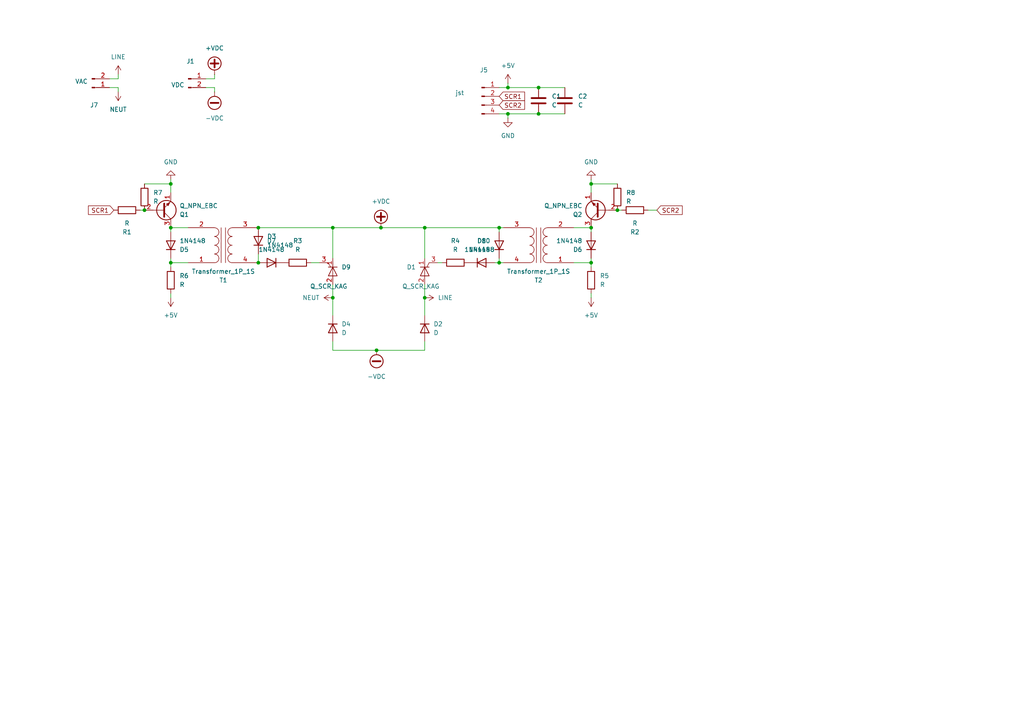
<source format=kicad_sch>
(kicad_sch (version 20250114) (generator "eeschema") (generator_version "9.0")
  (paper "A4")
  (lib_symbols
    (symbol "Connector:Conn_01x02_Pin" (pin_names (offset 1.016) (hide yes))
      (property "Reference" "J" (at 0 2.54 0))
      (property "Value" "Conn_01x02_Pin" (at 0 -5.08 0))
      (symbol "Conn_01x02_Pin_1_1"
        (rectangle (start 0.8636 0.127) (end 0 -0.127) (stroke (width 0.1524)) (fill (type outline)))
        (rectangle (start 0.8636 -2.413) (end 0 -2.667) (stroke (width 0.1524)) (fill (type outline)))
        (polyline (pts (xy 1.27 0) (xy 0.8636 0)) (stroke (width 0.1524)))
        (polyline (pts (xy 1.27 -2.54) (xy 0.8636 -2.54)) (stroke (width 0.1524)))
        (pin passive line (at 5.08 0 180) (length 3.81) (name "Pin_1") (number "1"))
        (pin passive line (at 5.08 -2.54 180) (length 3.81) (name "Pin_2") (number "2"))
      )
    )
    (symbol "Connector:Conn_01x04_Pin" (pin_names (offset 1.016) (hide yes))
      (property "Reference" "J" (at 0 5.08 0))
      (property "Value" "Conn_01x04_Pin" (at 0 -7.62 0))
      (symbol "Conn_01x04_Pin_1_1"
        (rectangle (start 0.8636 2.667) (end 0 2.413) (stroke (width 0.1524)) (fill (type outline)))
        (rectangle (start 0.8636 0.127) (end 0 -0.127) (stroke (width 0.1524)) (fill (type outline)))
        (rectangle (start 0.8636 -2.413) (end 0 -2.667) (stroke (width 0.1524)) (fill (type outline)))
        (rectangle (start 0.8636 -4.953) (end 0 -5.207) (stroke (width 0.1524)) (fill (type outline)))
        (polyline (pts (xy 1.27 2.54) (xy 0.8636 2.54)) (stroke (width 0.1524)))
        (polyline (pts (xy 1.27 0) (xy 0.8636 0)) (stroke (width 0.1524)))
        (polyline (pts (xy 1.27 -2.54) (xy 0.8636 -2.54)) (stroke (width 0.1524)))
        (polyline (pts (xy 1.27 -5.08) (xy 0.8636 -5.08)) (stroke (width 0.1524)))
        (pin passive line (at 5.08 2.54 180) (length 3.81) (name "Pin_1") (number "1"))
        (pin passive line (at 5.08 0 180) (length 3.81) (name "Pin_2") (number "2"))
        (pin passive line (at 5.08 -2.54 180) (length 3.81) (name "Pin_3") (number "3"))
        (pin passive line (at 5.08 -5.08 180) (length 3.81) (name "Pin_4") (number "4"))
      )
    )
    (symbol "Device:C" (pin_numbers (hide yes)) (pin_names (offset 0.254))
      (property "Reference" "C" (at 0.635 2.54 0))
      (property "Value" "C" (at 0.635 -2.54 0))
      (symbol "C_0_1"
        (polyline (pts (xy -2.032 0.762) (xy 2.032 0.762)) (stroke (width 0.508)))
        (polyline (pts (xy -2.032 -0.762) (xy 2.032 -0.762)) (stroke (width 0.508)))
      )
      (symbol "C_1_1"
        (pin passive line (at 0 3.81 270) (length 2.794) (name "~") (number "1"))
        (pin passive line (at 0 -3.81 90) (length 2.794) (name "~") (number "2"))
      )
    )
    (symbol "Device:D" (pin_numbers (hide yes)) (pin_names (offset 1.016) (hide yes))
      (property "Reference" "D" (at 0 2.54 0))
      (property "Value" "D" (at 0 -2.54 0))
      (symbol "D_0_1"
        (polyline (pts (xy -1.27 1.27) (xy -1.27 -1.27)) (stroke (width 0.254)))
        (polyline (pts (xy 1.27 1.27) (xy 1.27 -1.27) (xy -1.27 0) (xy 1.27 1.27)) (stroke (width 0.254)))
        (polyline (pts (xy 1.27 0) (xy -1.27 0)))
      )
      (symbol "D_1_1"
        (pin passive line (at -3.81 0 0) (length 2.54) (name "K") (number "1"))
        (pin passive line (at 3.81 0 180) (length 2.54) (name "A") (number "2"))
      )
    )
    (symbol "Device:Q_SCR_KAG" (pin_names (offset 0) (hide yes))
      (property "Reference" "D" (at 1.905 0.635 0))
      (property "Value" "Q_SCR_KAG" (at 1.905 -1.27 0))
      (symbol "Q_SCR_KAG_0_1"
        (polyline (pts (xy -1.27 1.27) (xy 1.27 1.27) (xy 0 -1.27) (xy -1.27 1.27)) (stroke (width 0.2032)))
        (polyline (pts (xy -1.27 -1.27) (xy 1.27 -1.27)) (stroke (width 0.2032)))
        (polyline (pts (xy -1.27 -2.54) (xy -0.635 -1.27)))
        (polyline (pts (xy 0 -2.54) (xy 0 2.54)))
      )
      (symbol "Q_SCR_KAG_1_1"
        (pin input line (at -3.81 -2.54 0) (length 2.54) (name "G") (number "3"))
        (pin passive line (at 0 3.81 270) (length 2.54) (name "A") (number "2"))
        (pin passive line (at 0 -3.81 90) (length 2.54) (name "K") (number "1"))
      )
    )
    (symbol "Device:R" (pin_numbers (hide yes)) (pin_names (offset 0))
      (property "Reference" "R" (at 2.032 0 90))
      (property "Value" "R" (at 0 0 90))
      (symbol "R_0_1"
        (rectangle (start -1.016 -2.54) (end 1.016 2.54) (stroke (width 0.254)))
      )
      (symbol "R_1_1"
        (pin passive line (at 0 3.81 270) (length 1.27) (name "~") (number "1"))
        (pin passive line (at 0 -3.81 90) (length 1.27) (name "~") (number "2"))
      )
    )
    (symbol "Device:Transformer_1P_1S" (pin_names (offset 1.016) (hide yes))
      (property "Reference" "T" (at 0 6.35 0))
      (property "Value" "Transformer_1P_1S" (at 0 -7.62 0))
      (symbol "Transformer_1P_1S_0_1"
        (arc (start -1.27 3.81) (mid -1.656 2.9336) (end -2.54 2.5654))
        (arc (start -1.27 1.27) (mid -1.656 0.3936) (end -2.54 0.0254))
        (arc (start -1.27 -1.27) (mid -1.656 -2.1464) (end -2.54 -2.5146))
        (arc (start -1.27 -3.81) (mid -1.656 -4.6864) (end -2.54 -5.0546))
        (arc (start -2.54 5.08) (mid -1.642 4.708) (end -1.27 3.81))
        (arc (start -2.54 2.54) (mid -1.642 2.168) (end -1.27 1.27))
        (arc (start -2.54 0) (mid -1.642 -0.372) (end -1.27 -1.27))
        (arc (start -2.54 -2.54) (mid -1.642 -2.912) (end -1.27 -3.81))
        (polyline (pts (xy -0.635 5.08) (xy -0.635 -5.08)))
        (polyline (pts (xy 0.635 -5.08) (xy 0.635 5.08)))
        (arc (start 1.2954 3.81) (mid 1.6457 4.7117) (end 2.54 5.08))
        (arc (start 1.2954 1.27) (mid 1.6457 2.1717) (end 2.54 2.54))
        (arc (start 1.2954 -1.27) (mid 1.6457 -0.3683) (end 2.54 0))
        (arc (start 2.54 2.5654) (mid 1.6599 2.9299) (end 1.2954 3.81))
        (arc (start 2.54 0.0254) (mid 1.6599 0.3899) (end 1.2954 1.27))
        (arc (start 2.54 -2.5146) (mid 1.6599 -2.1501) (end 1.2954 -1.27))
        (arc (start 1.3208 -3.81) (mid 1.6711 -2.9085) (end 2.5654 -2.54))
        (arc (start 2.5654 -5.0546) (mid 1.6851 -4.6902) (end 1.3208 -3.81))
      )
      (symbol "Transformer_1P_1S_1_1"
        (pin passive line (at -10.16 5.08 0) (length 7.62) (name "AA") (number "1"))
        (pin passive line (at -10.16 -5.08 0) (length 7.62) (name "AB") (number "2"))
        (pin passive line (at 10.16 5.08 180) (length 7.62) (name "SB") (number "4"))
        (pin passive line (at 10.16 -5.08 180) (length 7.62) (name "SA") (number "3"))
      )
    )
    (symbol "Diode:1N4148" (pin_numbers (hide yes)) (pin_names (hide yes))
      (property "Reference" "D" (at 0 2.54 0))
      (property "Value" "1N4148" (at 0 -2.54 0))
      (symbol "1N4148_0_1"
        (polyline (pts (xy -1.27 1.27) (xy -1.27 -1.27)) (stroke (width 0.254)))
        (polyline (pts (xy 1.27 1.27) (xy 1.27 -1.27) (xy -1.27 0) (xy 1.27 1.27)) (stroke (width 0.254)))
        (polyline (pts (xy 1.27 0) (xy -1.27 0)))
      )
      (symbol "1N4148_1_1"
        (pin passive line (at -3.81 0 0) (length 2.54) (name "K") (number "1"))
        (pin passive line (at 3.81 0 180) (length 2.54) (name "A") (number "2"))
      )
    )
    (symbol "Transistor_BJT:Q_NPN_EBC" (pin_names (offset 0) (hide yes))
      (property "Reference" "Q" (at 5.08 1.27 0))
      (property "Value" "Q_NPN_EBC" (at 5.08 -1.27 0))
      (symbol "Q_NPN_EBC_0_1"
        (polyline (pts (xy -2.54 0) (xy 0.635 0)))
        (polyline (pts (xy 0.635 1.905) (xy 0.635 -1.905)) (stroke (width 0.508)))
        (circle (center 1.27 0) (radius 2.8194) (stroke (width 0.254)))
      )
      (symbol "Q_NPN_EBC_1_1"
        (polyline (pts (xy 0.635 0.635) (xy 2.54 2.54)))
        (polyline (pts (xy 0.635 -0.635) (xy 2.54 -2.54)))
        (polyline (pts (xy 1.27 -1.778) (xy 1.778 -1.27) (xy 2.286 -2.286) (xy 1.27 -1.778)) (fill (type outline)))
        (pin input line (at -5.08 0 0) (length 2.54) (name "B") (number "2"))
        (pin passive line (at 2.54 5.08 270) (length 2.54) (name "C") (number "3"))
        (pin passive line (at 2.54 -5.08 90) (length 2.54) (name "E") (number "1"))
      )
    )
    (symbol "power:+5V" (power) (pin_numbers (hide yes)) (pin_names (offset 0) (hide yes))
      (property "Value" "+5V" (at 0 3.556 0))
      (symbol "+5V_0_1"
        (polyline (pts (xy -0.762 1.27) (xy 0 2.54)))
        (polyline (pts (xy 0 2.54) (xy 0.762 1.27)))
        (polyline (pts (xy 0 0) (xy 0 2.54)))
      )
      (symbol "+5V_1_1"
        (pin power_in line (at 0 0 90) (length 0) (name "~") (number "1"))
      )
    )
    (symbol "power:+VDC" (power) (pin_numbers (hide yes)) (pin_names (offset 0) (hide yes))
      (property "Value" "+VDC" (at 0 6.35 0))
      (symbol "+VDC_0_1"
        (polyline (pts (xy -1.143 3.175) (xy 1.143 3.175)) (stroke (width 0.508)))
        (circle (center 0 3.175) (radius 1.905) (stroke (width 0.254)))
        (polyline (pts (xy 0 2.032) (xy 0 4.318)) (stroke (width 0.508)))
        (polyline (pts (xy 0 0) (xy 0 1.27)))
      )
      (symbol "+VDC_1_1"
        (pin power_in line (at 0 0 90) (length 0) (name "~") (number "1"))
      )
    )
    (symbol "power:-VDC" (power) (pin_numbers (hide yes)) (pin_names (offset 0) (hide yes))
      (property "Value" "-VDC" (at 0 6.35 0))
      (symbol "-VDC_0_1"
        (polyline (pts (xy -1.143 3.175) (xy 1.143 3.175)) (stroke (width 0.508)))
        (circle (center 0 3.175) (radius 1.905) (stroke (width 0.254)))
        (polyline (pts (xy 0 0) (xy 0 1.27)))
      )
      (symbol "-VDC_1_1"
        (pin power_in line (at 0 0 90) (length 0) (name "~") (number "1"))
      )
    )
    (symbol "power:GND" (power) (pin_numbers (hide yes)) (pin_names (offset 0) (hide yes))
      (property "Value" "GND" (at 0 -3.81 0))
      (symbol "GND_0_1"
        (polyline (pts (xy 0 0) (xy 0 -1.27) (xy 1.27 -1.27) (xy 0 -2.54) (xy -1.27 -1.27) (xy 0 -1.27)))
      )
      (symbol "GND_1_1"
        (pin power_in line (at 0 0 270) (length 0) (name "~") (number "1"))
      )
    )
    (symbol "power:LINE" (power) (pin_numbers (hide yes)) (pin_names (offset 0) (hide yes))
      (property "Value" "LINE" (at 0 3.556 0))
      (symbol "LINE_0_1"
        (polyline (pts (xy -0.762 1.27) (xy 0 2.54)))
        (polyline (pts (xy 0 2.54) (xy 0.762 1.27)))
        (polyline (pts (xy 0 0) (xy 0 2.54)))
      )
      (symbol "LINE_1_1"
        (pin power_in line (at 0 0 90) (length 0) (name "~") (number "1"))
      )
    )
    (symbol "power:NEUT" (power) (pin_numbers (hide yes)) (pin_names (offset 0) (hide yes))
      (property "Value" "NEUT" (at 0 3.556 0))
      (symbol "NEUT_0_1"
        (polyline (pts (xy -0.762 1.27) (xy 0 2.54)))
        (polyline (pts (xy 0 2.54) (xy 0.762 1.27)))
        (polyline (pts (xy 0 0) (xy 0 2.54)))
      )
      (symbol "NEUT_1_1"
        (pin power_in line (at 0 0 90) (length 0) (name "~") (number "1"))
      )
    )
  )
  (junction (at 171.45 76.2))
  (junction (at 74.93 76.2))
  (junction (at 49.53 53.34))
  (junction (at 41.91 60.96))
  (junction (at 144.78 76.2))
  (junction (at 179.07 60.96))
  (junction (at 110.49 66.04))
  (junction (at 171.45 66.04))
  (junction (at 144.78 66.04))
  (junction (at 156.21 25.4))
  (junction (at 147.32 25.4))
  (junction (at 123.19 86.36))
  (junction (at 156.21 33.02))
  (junction (at 96.52 66.04))
  (junction (at 171.45 53.34))
  (junction (at 123.19 66.04))
  (junction (at 49.53 76.2))
  (junction (at 109.22 101.6))
  (junction (at 96.52 86.36))
  (junction (at 74.93 66.04))
  (junction (at 147.32 33.02))
  (junction (at 49.53 66.04))
  (wire (pts (xy 34.29 26.67) (xy 34.29 25.4)))
  (wire (pts (xy 147.32 25.4) (xy 144.78 25.4)))
  (wire (pts (xy 123.19 66.04) (xy 144.78 66.04)))
  (wire (pts (xy 96.52 66.04) (xy 96.52 74.93)))
  (wire (pts (xy 123.19 82.55) (xy 123.19 86.36)))
  (wire (pts (xy 62.23 21.59) (xy 62.23 22.86)))
  (wire (pts (xy 156.21 33.02) (xy 163.83 33.02)))
  (wire (pts (xy 123.19 99.06) (xy 123.19 101.6)))
  (wire (pts (xy 144.78 76.2) (xy 146.05 76.2)))
  (wire (pts (xy 171.45 76.2) (xy 171.45 74.93)))
  (wire (pts (xy 156.21 25.4) (xy 163.83 25.4)))
  (wire (pts (xy 96.52 82.55) (xy 96.52 86.36)))
  (wire (pts (xy 147.32 34.29) (xy 147.32 33.02)))
  (wire (pts (xy 49.53 77.47) (xy 49.53 76.2)))
  (wire (pts (xy 147.32 33.02) (xy 144.78 33.02)))
  (wire (pts (xy 49.53 67.31) (xy 49.53 66.04)))
  (wire (pts (xy 49.53 85.09) (xy 49.53 86.36)))
  (wire (pts (xy 90.17 76.2) (xy 92.71 76.2)))
  (wire (pts (xy 96.52 66.04) (xy 110.49 66.04)))
  (wire (pts (xy 49.53 55.88) (xy 49.53 53.34)))
  (wire (pts (xy 34.29 22.86) (xy 34.29 21.59)))
  (wire (pts (xy 171.45 53.34) (xy 171.45 52.07)))
  (wire (pts (xy 49.53 66.04) (xy 54.61 66.04)))
  (wire (pts (xy 171.45 55.88) (xy 171.45 53.34)))
  (wire (pts (xy 49.53 53.34) (xy 49.53 52.07)))
  (wire (pts (xy 123.19 101.6) (xy 109.22 101.6)))
  (wire (pts (xy 147.32 24.13) (xy 147.32 25.4)))
  (wire (pts (xy 147.32 25.4) (xy 156.21 25.4)))
  (wire (pts (xy 144.78 66.04) (xy 144.78 67.31)))
  (wire (pts (xy 180.34 60.96) (xy 179.07 60.96)))
  (wire (pts (xy 109.22 101.6) (xy 96.52 101.6)))
  (wire (pts (xy 143.51 76.2) (xy 144.78 76.2)))
  (wire (pts (xy 59.69 25.4) (xy 62.23 25.4)))
  (wire (pts (xy 62.23 22.86) (xy 59.69 22.86)))
  (wire (pts (xy 144.78 74.93) (xy 144.78 76.2)))
  (wire (pts (xy 74.93 66.04) (xy 96.52 66.04)))
  (wire (pts (xy 49.53 76.2) (xy 49.53 74.93)))
  (wire (pts (xy 147.32 33.02) (xy 156.21 33.02)))
  (wire (pts (xy 110.49 66.04) (xy 123.19 66.04)))
  (wire (pts (xy 31.75 22.86) (xy 34.29 22.86)))
  (wire (pts (xy 171.45 76.2) (xy 171.45 77.47)))
  (wire (pts (xy 171.45 85.09) (xy 171.45 86.36)))
  (wire (pts (xy 171.45 76.2) (xy 166.37 76.2)))
  (wire (pts (xy 96.52 86.36) (xy 96.52 91.44)))
  (wire (pts (xy 34.29 25.4) (xy 31.75 25.4)))
  (wire (pts (xy 74.93 73.66) (xy 74.93 76.2)))
  (wire (pts (xy 187.96 60.96) (xy 190.5 60.96)))
  (wire (pts (xy 96.52 101.6) (xy 96.52 99.06)))
  (wire (pts (xy 123.19 66.04) (xy 123.19 74.93)))
  (wire (pts (xy 127 76.2) (xy 128.27 76.2)))
  (wire (pts (xy 123.19 86.36) (xy 123.19 91.44)))
  (wire (pts (xy 41.91 53.34) (xy 49.53 53.34)))
  (wire (pts (xy 62.23 26.67) (xy 62.23 25.4)))
  (wire (pts (xy 40.64 60.96) (xy 41.91 60.96)))
  (wire (pts (xy 49.53 76.2) (xy 54.61 76.2)))
  (wire (pts (xy 171.45 53.34) (xy 179.07 53.34)))
  (wire (pts (xy 171.45 66.04) (xy 166.37 66.04)))
  (wire (pts (xy 144.78 66.04) (xy 146.05 66.04)))
  (wire (pts (xy 171.45 67.31) (xy 171.45 66.04)))
  (global_label "SCR2" (shape input) (at 144.78 30.48 0) (property "Intersheetrefs" "${INTERSHEET_REFS}" (effects (hide yes))))
  (global_label "SCR1" (shape input) (at 144.78 27.94 0) (property "Intersheetrefs" "${INTERSHEET_REFS}" (effects (hide yes))))
  (global_label "SCR1" (shape input) (at 33.02 60.96 180) (property "Intersheetrefs" "${INTERSHEET_REFS}" (effects (hide yes))))
  (global_label "SCR2" (shape input) (at 190.5 60.96 0) (property "Intersheetrefs" "${INTERSHEET_REFS}" (effects (hide yes))))
  (symbol (lib_id "power:LINE") (at 123.19 86.36 270) (unit 1)
    (property "Reference" "#PWR015" (effects (hide yes)))
    (property "Value" "LINE" (at 127 86.3599 90) (effects (justify left)))
    (property "Description" "Power symbol creates a global label with name \"LINE\"" (effects (hide yes)))
  )
  (symbol (lib_id "Diode:1N4148") (at 78.74 76.2 180) (unit 1)
    (property "Reference" "D7" (at 78.74 69.85 0))
    (property "Value" "1N4148" (at 78.74 72.39 0))
    (property "Footprint" "Diode_THT:D_DO-35_SOD27_P7.62mm_Horizontal" (effects (hide yes)))
    (property "Datasheet" "https://assets.nexperia.com/documents/data-sheet/1N4148_1N4448.pdf" (effects (hide yes)))
    (property "Description" "100V 0.15A standard switching diode, DO-35" (effects (hide yes)))
    (property "Sim.Device" "D" (effects (hide yes)))
    (property "Sim.Pins" "1=K 2=A" (effects (hide yes)))
  )
  (symbol (lib_id "Diode:1N4148") (at 171.45 71.12 90) (unit 1)
    (property "Reference" "D6" (at 168.91 72.3901 90) (effects (justify left)))
    (property "Value" "1N4148" (at 168.91 69.8501 90) (effects (justify left)))
    (property "Footprint" "Diode_THT:D_DO-35_SOD27_P7.62mm_Horizontal" (effects (hide yes)))
    (property "Datasheet" "https://assets.nexperia.com/documents/data-sheet/1N4148_1N4448.pdf" (effects (hide yes)))
    (property "Description" "100V 0.15A standard switching diode, DO-35" (effects (hide yes)))
    (property "Sim.Device" "D" (effects (hide yes)))
    (property "Sim.Pins" "1=K 2=A" (effects (hide yes)))
  )
  (symbol (lib_id "Transistor_BJT:Q_NPN_EBC") (at 46.99 60.96 0) (mirror x) (unit 1)
    (property "Reference" "Q1" (at 52.07 62.2301 0) (effects (justify left)))
    (property "Value" "Q_NPN_EBC" (at 52.07 59.6901 0) (effects (justify left)))
    (property "Footprint" "Package_TO_SOT_THT:TO-92" (effects (hide yes)))
    (property "Description" "NPN transistor, emitter/base/collector" (effects (hide yes)))
  )
  (symbol (lib_id "power:GND") (at 171.45 52.07 180) (unit 1)
    (property "Reference" "#PWR09" (effects (hide yes)))
    (property "Value" "GND" (at 171.45 46.99 0))
    (property "Description" "Power symbol creates a global label with name \"GND\" , ground" (effects (hide yes)))
  )
  (symbol (lib_id "Connector:Conn_01x02_Pin") (at 26.67 25.4 0) (mirror x) (unit 1)
    (property "Reference" "J7" (at 27.305 30.48 0))
    (property "Value" "VAC" (at 23.622 23.622 0))
    (property "Footprint" "Connector_Phoenix_MC_HighVoltage:PhoenixContact_MCV_1,5_2-G-5.08_1x02_P5.08mm_Vertical" (effects (hide yes)))
    (property "Description" "Generic connector, single row, 01x02, script generated" (effects (hide yes)))
  )
  (symbol (lib_id "Device:R") (at 184.15 60.96 270) (unit 1)
    (property "Reference" "R2" (at 184.15 67.31 90))
    (property "Value" "R" (at 184.15 64.77 90))
    (property "Footprint" "Resistor_THT:R_Axial_DIN0207_L6.3mm_D2.5mm_P7.62mm_Horizontal" (effects (hide yes)))
    (property "Description" "Resistor" (effects (hide yes)))
  )
  (symbol (lib_id "Device:Transformer_1P_1S") (at 64.77 71.12 0) (mirror x) (unit 1)
    (property "Reference" "T1" (at 64.7827 81.28 0))
    (property "Value" "Transformer_1P_1S" (at 64.7827 78.74 0))
    (property "Footprint" "Transformer_THT:Transformer_Toroid_Horizontal_D14.0mm_Amidon-T50" (effects (hide yes)))
    (property "Description" "Transformer, single primary, single secondary" (effects (hide yes)))
  )
  (symbol (lib_id "Device:R") (at 132.08 76.2 270) (mirror x) (unit 1)
    (property "Reference" "R4" (at 132.08 69.85 90))
    (property "Value" "R" (at 132.08 72.39 90))
    (property "Footprint" "Resistor_THT:R_Axial_DIN0207_L6.3mm_D2.5mm_P7.62mm_Horizontal" (effects (hide yes)))
    (property "Description" "Resistor" (effects (hide yes)))
  )
  (symbol (lib_id "Device:R") (at 36.83 60.96 90) (mirror x) (unit 1)
    (property "Reference" "R1" (at 36.83 67.31 90))
    (property "Value" "R" (at 36.83 64.77 90))
    (property "Footprint" "Resistor_THT:R_Axial_DIN0207_L6.3mm_D2.5mm_P7.62mm_Horizontal" (effects (hide yes)))
    (property "Description" "Resistor" (effects (hide yes)))
  )
  (symbol (lib_id "Diode:1N4148") (at 139.7 76.2 0) (mirror x) (unit 1)
    (property "Reference" "D8" (at 139.7 69.85 0))
    (property "Value" "1N4148" (at 139.7 72.39 0))
    (property "Footprint" "Diode_THT:D_DO-35_SOD27_P7.62mm_Horizontal" (effects (hide yes)))
    (property "Datasheet" "https://assets.nexperia.com/documents/data-sheet/1N4148_1N4448.pdf" (effects (hide yes)))
    (property "Description" "100V 0.15A standard switching diode, DO-35" (effects (hide yes)))
    (property "Sim.Device" "D" (effects (hide yes)))
    (property "Sim.Pins" "1=K 2=A" (effects (hide yes)))
  )
  (symbol (lib_id "Device:C") (at 163.83 29.21 0) (unit 1)
    (property "Reference" "C2" (at 167.64 27.9399 0) (effects (justify left)))
    (property "Value" "C" (at 167.64 30.4799 0) (effects (justify left)))
    (property "Footprint" "Capacitor_THT:C_Disc_D4.3mm_W1.9mm_P5.00mm" (effects (hide yes)))
    (property "Description" "Unpolarized capacitor" (effects (hide yes)))
  )
  (symbol (lib_id "power:GND") (at 147.32 34.29 0) (unit 1)
    (property "Reference" "#PWR011" (effects (hide yes)))
    (property "Value" "GND" (at 147.32 39.37 0))
    (property "Description" "Power symbol creates a global label with name \"GND\" , ground" (effects (hide yes)))
  )
  (symbol (lib_id "Transistor_BJT:Q_NPN_EBC") (at 173.99 60.96 180) (unit 1)
    (property "Reference" "Q2" (at 168.91 62.2301 0) (effects (justify left)))
    (property "Value" "Q_NPN_EBC" (at 168.91 59.6901 0) (effects (justify left)))
    (property "Footprint" "Package_TO_SOT_THT:TO-92" (effects (hide yes)))
    (property "Description" "NPN transistor, emitter/base/collector" (effects (hide yes)))
  )
  (symbol (lib_id "Connector:Conn_01x04_Pin") (at 139.7 27.94 0) (unit 1)
    (property "Reference" "J5" (at 140.335 20.32 0))
    (property "Value" "jst" (at 133.35 26.924 0))
    (property "Footprint" "Connector_Molex:Molex_KK-254_AE-6410-04A_1x04_P2.54mm_Vertical" (effects (hide yes)))
    (property "Description" "Generic connector, single row, 01x04, script generated" (effects (hide yes)))
  )
  (symbol (lib_id "power:GND") (at 49.53 52.07 0) (mirror x) (unit 1)
    (property "Reference" "#PWR05" (effects (hide yes)))
    (property "Value" "GND" (at 49.53 46.99 0))
    (property "Description" "Power symbol creates a global label with name \"GND\" , ground" (effects (hide yes)))
  )
  (symbol (lib_id "Diode:1N4148") (at 74.93 69.85 90) (unit 1)
    (property "Reference" "D3" (at 77.47 68.5799 90) (effects (justify right)))
    (property "Value" "1N4148" (at 77.47 71.1199 90) (effects (justify right)))
    (property "Footprint" "Diode_THT:D_DO-35_SOD27_P7.62mm_Horizontal" (effects (hide yes)))
    (property "Datasheet" "https://assets.nexperia.com/documents/data-sheet/1N4148_1N4448.pdf" (effects (hide yes)))
    (property "Description" "100V 0.15A standard switching diode, DO-35" (effects (hide yes)))
    (property "Sim.Device" "D" (effects (hide yes)))
    (property "Sim.Pins" "1=K 2=A" (effects (hide yes)))
  )
  (symbol (lib_id "Device:R") (at 49.53 81.28 0) (unit 1)
    (property "Reference" "R6" (at 52.07 80.0099 0) (effects (justify left)))
    (property "Value" "R" (at 52.07 82.5499 0) (effects (justify left)))
    (property "Footprint" "Resistor_THT:R_Axial_DIN0207_L6.3mm_D2.5mm_P7.62mm_Horizontal" (effects (hide yes)))
    (property "Description" "Resistor" (effects (hide yes)))
  )
  (symbol (lib_id "power:LINE") (at 34.29 21.59 0) (unit 1)
    (property "Reference" "#PWR013" (effects (hide yes)))
    (property "Value" "LINE" (at 34.29 16.51 0))
    (property "Description" "Power symbol creates a global label with name \"LINE\"" (effects (hide yes)))
  )
  (symbol (lib_id "power:+VDC") (at 110.49 66.04 0) (unit 1)
    (property "Reference" "#PWR01" (effects (hide yes)))
    (property "Value" "+VDC" (at 110.49 58.42 0))
    (property "Description" "Power symbol creates a global label with name \"+VDC\"" (effects (hide yes)))
  )
  (symbol (lib_id "Device:R") (at 179.07 57.15 0) (unit 1)
    (property "Reference" "R8" (at 181.61 55.8799 0) (effects (justify left)))
    (property "Value" "R" (at 181.61 58.4199 0) (effects (justify left)))
    (property "Footprint" "Resistor_THT:R_Axial_DIN0207_L6.3mm_D2.5mm_P7.62mm_Horizontal" (effects (hide yes)))
    (property "Description" "Resistor" (effects (hide yes)))
  )
  (symbol (lib_id "Device:Q_SCR_KAG") (at 123.19 78.74 180) (unit 1)
    (property "Reference" "D1" (at 120.65 77.4699 0) (effects (justify left)))
    (property "Value" "Q_SCR_KAG" (at 127.508 83.058 0) (effects (justify left)))
    (property "Footprint" "Package_TO_SOT_THT:TO-220-3_Vertical" (effects (hide yes)))
    (property "Description" "Silicon controlled rectifier, cathode/anode/gate" (effects (hide yes)))
  )
  (symbol (lib_id "Device:Transformer_1P_1S") (at 156.21 71.12 180) (unit 1)
    (property "Reference" "T2" (at 156.1973 81.28 0))
    (property "Value" "Transformer_1P_1S" (at 156.1973 78.74 0))
    (property "Footprint" "Transformer_THT:Transformer_Toroid_Horizontal_D14.0mm_Amidon-T50" (effects (hide yes)))
    (property "Description" "Transformer, single primary, single secondary" (effects (hide yes)))
  )
  (symbol (lib_id "power:+5V") (at 147.32 24.13 0) (unit 1)
    (property "Reference" "#PWR07" (effects (hide yes)))
    (property "Value" "+5V" (at 147.32 19.05 0))
    (property "Description" "Power symbol creates a global label with name \"+5V\"" (effects (hide yes)))
  )
  (symbol (lib_id "Diode:1N4148") (at 49.53 71.12 270) (mirror x) (unit 1)
    (property "Reference" "D5" (at 52.07 72.3901 90) (effects (justify left)))
    (property "Value" "1N4148" (at 52.07 69.8501 90) (effects (justify left)))
    (property "Footprint" "Diode_THT:D_DO-35_SOD27_P7.62mm_Horizontal" (effects (hide yes)))
    (property "Datasheet" "https://assets.nexperia.com/documents/data-sheet/1N4148_1N4448.pdf" (effects (hide yes)))
    (property "Description" "100V 0.15A standard switching diode, DO-35" (effects (hide yes)))
    (property "Sim.Device" "D" (effects (hide yes)))
    (property "Sim.Pins" "1=K 2=A" (effects (hide yes)))
  )
  (symbol (lib_id "Device:D") (at 96.52 95.25 270) (unit 1)
    (property "Reference" "D4" (at 99.06 93.9799 90) (effects (justify left)))
    (property "Value" "D" (at 99.06 96.5199 90) (effects (justify left)))
    (property "Footprint" "Package_TO_SOT_THT:TO-220-2_Vertical" (effects (hide yes)))
    (property "Description" "Diode" (effects (hide yes)))
    (property "Sim.Device" "D" (effects (hide yes)))
    (property "Sim.Pins" "1=K 2=A" (effects (hide yes)))
  )
  (symbol (lib_id "Device:R") (at 41.91 57.15 0) (unit 1)
    (property "Reference" "R7" (at 44.45 55.8799 0) (effects (justify left)))
    (property "Value" "R" (at 44.45 58.4199 0) (effects (justify left)))
    (property "Footprint" "Resistor_THT:R_Axial_DIN0207_L6.3mm_D2.5mm_P7.62mm_Horizontal" (effects (hide yes)))
    (property "Description" "Resistor" (effects (hide yes)))
  )
  (symbol (lib_id "Device:C") (at 156.21 29.21 0) (unit 1)
    (property "Reference" "C1" (at 160.02 27.9399 0) (effects (justify left)))
    (property "Value" "C" (at 160.02 30.4799 0) (effects (justify left)))
    (property "Footprint" "Capacitor_THT:C_Disc_D4.3mm_W1.9mm_P5.00mm" (effects (hide yes)))
    (property "Description" "Unpolarized capacitor" (effects (hide yes)))
  )
  (symbol (lib_id "Device:Q_SCR_KAG") (at 96.52 78.74 0) (mirror x) (unit 1)
    (property "Reference" "D9" (at 99.06 77.4699 0) (effects (justify left)))
    (property "Value" "Q_SCR_KAG" (at 89.916 83.058 0) (effects (justify left)))
    (property "Footprint" "Package_TO_SOT_THT:TO-220-3_Vertical" (effects (hide yes)))
    (property "Description" "Silicon controlled rectifier, cathode/anode/gate" (effects (hide yes)))
  )
  (symbol (lib_id "Device:R") (at 171.45 81.28 0) (unit 1)
    (property "Reference" "R5" (at 173.99 80.0099 0) (effects (justify left)))
    (property "Value" "R" (at 173.99 82.5499 0) (effects (justify left)))
    (property "Footprint" "Resistor_THT:R_Axial_DIN0207_L6.3mm_D2.5mm_P7.62mm_Horizontal" (effects (hide yes)))
    (property "Description" "Resistor" (effects (hide yes)))
  )
  (symbol (lib_id "power:-VDC") (at 109.22 101.6 180) (unit 1)
    (property "Reference" "#PWR04" (effects (hide yes)))
    (property "Value" "-VDC" (at 109.22 109.22 0))
    (property "Description" "Power symbol creates a global label with name \"-VDC\"" (effects (hide yes)))
  )
  (symbol (lib_id "power:-VDC") (at 62.23 26.67 180) (unit 1)
    (property "Reference" "#PWR02" (effects (hide yes)))
    (property "Value" "-VDC" (at 62.23 34.29 0))
    (property "Description" "Power symbol creates a global label with name \"-VDC\"" (effects (hide yes)))
  )
  (symbol (lib_id "power:+5V") (at 49.53 86.36 180) (unit 1)
    (property "Reference" "#PWR06" (effects (hide yes)))
    (property "Value" "+5V" (at 49.53 91.44 0))
    (property "Description" "Power symbol creates a global label with name \"+5V\"" (effects (hide yes)))
  )
  (symbol (lib_id "Connector:Conn_01x02_Pin") (at 54.61 22.86 0) (unit 1)
    (property "Reference" "J1" (at 55.245 17.78 0))
    (property "Value" "VDC" (at 51.562 24.638 0))
    (property "Footprint" "Connector_Phoenix_MC_HighVoltage:PhoenixContact_MCV_1,5_2-G-5.08_1x02_P5.08mm_Vertical" (effects (hide yes)))
    (property "Description" "Generic connector, single row, 01x02, script generated" (effects (hide yes)))
  )
  (symbol (lib_id "Device:D") (at 123.19 95.25 270) (unit 1)
    (property "Reference" "D2" (at 125.73 93.9799 90) (effects (justify left)))
    (property "Value" "D" (at 125.73 96.5199 90) (effects (justify left)))
    (property "Footprint" "Package_TO_SOT_THT:TO-220-2_Vertical" (effects (hide yes)))
    (property "Description" "Diode" (effects (hide yes)))
    (property "Sim.Device" "D" (effects (hide yes)))
    (property "Sim.Pins" "1=K 2=A" (effects (hide yes)))
  )
  (symbol (lib_id "Device:R") (at 86.36 76.2 90) (unit 1)
    (property "Reference" "R3" (at 86.36 69.85 90))
    (property "Value" "R" (at 86.36 72.39 90))
    (property "Footprint" "Resistor_THT:R_Axial_DIN0207_L6.3mm_D2.5mm_P7.62mm_Horizontal" (effects (hide yes)))
    (property "Description" "Resistor" (effects (hide yes)))
  )
  (symbol (lib_id "power:NEUT") (at 34.29 26.67 180) (unit 1)
    (property "Reference" "#PWR012" (effects (hide yes)))
    (property "Value" "NEUT" (at 34.29 31.75 0))
    (property "Description" "Power symbol creates a global label with name \"NEUT\"" (effects (hide yes)))
  )
  (symbol (lib_id "power:+VDC") (at 62.23 21.59 0) (unit 1)
    (property "Reference" "#PWR03" (effects (hide yes)))
    (property "Value" "+VDC" (at 62.23 13.97 0))
    (property "Description" "Power symbol creates a global label with name \"+VDC\"" (effects (hide yes)))
  )
  (symbol (lib_id "power:NEUT") (at 96.52 86.36 90) (unit 1)
    (property "Reference" "#PWR014" (effects (hide yes)))
    (property "Value" "NEUT" (at 92.71 86.3599 90) (effects (justify left)))
    (property "Description" "Power symbol creates a global label with name \"NEUT\"" (effects (hide yes)))
  )
  (symbol (lib_id "power:+5V") (at 171.45 86.36 180) (unit 1)
    (property "Reference" "#PWR08" (effects (hide yes)))
    (property "Value" "+5V" (at 171.45 91.44 0))
    (property "Description" "Power symbol creates a global label with name \"+5V\"" (effects (hide yes)))
  )
  (symbol (lib_id "Diode:1N4148") (at 144.78 71.12 270) (mirror x) (unit 1)
    (property "Reference" "D10" (at 142.24 69.8499 90) (effects (justify right)))
    (property "Value" "1N4148" (at 142.24 72.3899 90) (effects (justify right)))
    (property "Footprint" "Diode_THT:D_DO-35_SOD27_P7.62mm_Horizontal" (effects (hide yes)))
    (property "Datasheet" "https://assets.nexperia.com/documents/data-sheet/1N4148_1N4448.pdf" (effects (hide yes)))
    (property "Description" "100V 0.15A standard switching diode, DO-35" (effects (hide yes)))
    (property "Sim.Device" "D" (effects (hide yes)))
    (property "Sim.Pins" "1=K 2=A" (effects (hide yes)))
  )
)
</source>
